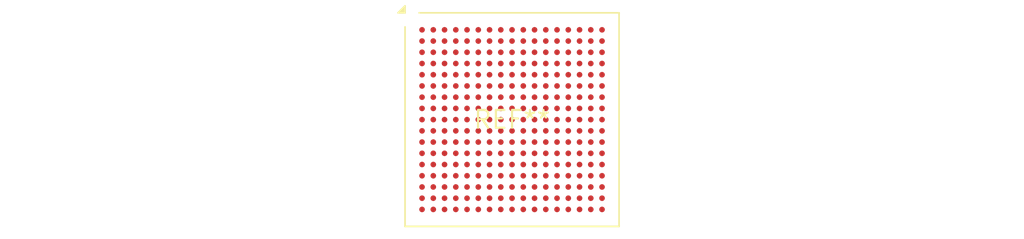
<source format=kicad_pcb>
(kicad_pcb (version 20240108) (generator pcbnew)
  (layers (0 "F.Cu" signal) (31 "B.Cu" signal) (34 "B.Paste" user) (35 "F.Paste" user) (36 "B.SilkS" user "B.Silkscreen") (37 "F.SilkS" user "F.Silkscreen") (38 "B.Mask" user) (39 "F.Mask" user) (44 "Edge.Cuts" user))
  (net 0 "")
  (footprint "Texas_BGA-289_15.0x15.0mm_Layout17x17_P0.8mm_Ball0.5mm_Pad0.4mm" (layer "F.Cu") (at 0 0)
    (property "Reference" "REF**")
    (property "Value" "Texas_BGA-289_15.0x15.0mm_Layout17x17_P0.8mm_Ball0.5mm_Pad0.4mm")
    (fp_line (start -7.61 7.61) (end -7.61 -6.61) (layer "F.SilkS") (stroke (width 0.12)))
    (fp_line (start -6.61 -7.61) (end 7.61 -7.61) (layer "F.SilkS") (stroke (width 0.12)))
    (fp_line (start 7.61 -7.61) (end 7.61 7.61) (layer "F.SilkS") (stroke (width 0.12)))
    (fp_line (start 7.61 7.61) (end -7.61 7.61) (layer "F.SilkS") (stroke (width 0.12)))
    (fp_poly (pts (xy -7.61 -7.61) (xy -8.11 -7.61) (xy -7.61 -8.11) (xy -7.61 -7.61)) (layer "F.SilkS") (stroke (width 0.12)) (fill solid))
    (pad "A1" smd circle (at -6.4 -6.4) (size 0.4 0.4) (property pad_prop_bga) (layers "F.Cu" "F.Paste" "F.Mask"))
    (pad "A2" smd circle (at -5.6 -6.4) (size 0.4 0.4) (property pad_prop_bga) (layers "F.Cu" "F.Paste" "F.Mask"))
    (pad "A3" smd circle (at -4.8 -6.4) (size 0.4 0.4) (property pad_prop_bga) (layers "F.Cu" "F.Paste" "F.Mask"))
    (pad "A4" smd circle (at -4 -6.4) (size 0.4 0.4) (property pad_prop_bga) (layers "F.Cu" "F.Paste" "F.Mask"))
    (pad "A5" smd circle (at -3.2 -6.4) (size 0.4 0.4) (property pad_prop_bga) (layers "F.Cu" "F.Paste" "F.Mask"))
    (pad "A6" smd circle (at -2.4 -6.4) (size 0.4 0.4) (property pad_prop_bga) (layers "F.Cu" "F.Paste" "F.Mask"))
    (pad "A7" smd circle (at -1.6 -6.4) (size 0.4 0.4) (property pad_prop_bga) (layers "F.Cu" "F.Paste" "F.Mask"))
    (pad "A8" smd circle (at -0.8 -6.4) (size 0.4 0.4) (property pad_prop_bga) (layers "F.Cu" "F.Paste" "F.Mask"))
    (pad "A9" smd circle (at 0 -6.4) (size 0.4 0.4) (property pad_prop_bga) (layers "F.Cu" "F.Paste" "F.Mask"))
    (pad "A10" smd circle (at 0.8 -6.4) (size 0.4 0.4) (property pad_prop_bga) (layers "F.Cu" "F.Paste" "F.Mask"))
    (pad "A11" smd circle (at 1.6 -6.4) (size 0.4 0.4) (property pad_prop_bga) (layers "F.Cu" "F.Paste" "F.Mask"))
    (pad "A12" smd circle (at 2.4 -6.4) (size 0.4 0.4) (property pad_prop_bga) (layers "F.Cu" "F.Paste" "F.Mask"))
    (pad "A13" smd circle (at 3.2 -6.4) (size 0.4 0.4) (property pad_prop_bga) (layers "F.Cu" "F.Paste" "F.Mask"))
    (pad "A14" smd circle (at 4 -6.4) (size 0.4 0.4) (property pad_prop_bga) (layers "F.Cu" "F.Paste" "F.Mask"))
    (pad "A15" smd circle (at 4.8 -6.4) (size 0.4 0.4) (property pad_prop_bga) (layers "F.Cu" "F.Paste" "F.Mask"))
    (pad "A16" smd circle (at 5.6 -6.4) (size 0.4 0.4) (property pad_prop_bga) (layers "F.Cu" "F.Paste" "F.Mask"))
    (pad "A17" smd circle (at 6.4 -6.4) (size 0.4 0.4) (property pad_prop_bga) (layers "F.Cu" "F.Paste" "F.Mask"))
    (pad "B1" smd circle (at -6.4 -5.6) (size 0.4 0.4) (property pad_prop_bga) (layers "F.Cu" "F.Paste" "F.Mask"))
    (pad "B2" smd circle (at -5.6 -5.6) (size 0.4 0.4) (property pad_prop_bga) (layers "F.Cu" "F.Paste" "F.Mask"))
    (pad "B3" smd circle (at -4.8 -5.6) (size 0.4 0.4) (property pad_prop_bga) (layers "F.Cu" "F.Paste" "F.Mask"))
    (pad "B4" smd circle (at -4 -5.6) (size 0.4 0.4) (property pad_prop_bga) (layers "F.Cu" "F.Paste" "F.Mask"))
    (pad "B5" smd circle (at -3.2 -5.6) (size 0.4 0.4) (property pad_prop_bga) (layers "F.Cu" "F.Paste" "F.Mask"))
    (pad "B6" smd circle (at -2.4 -5.6) (size 0.4 0.4) (property pad_prop_bga) (layers "F.Cu" "F.Paste" "F.Mask"))
    (pad "B7" smd circle (at -1.6 -5.6) (size 0.4 0.4) (property pad_prop_bga) (layers "F.Cu" "F.Paste" "F.Mask"))
    (pad "B8" smd circle (at -0.8 -5.6) (size 0.4 0.4) (property pad_prop_bga) (layers "F.Cu" "F.Paste" "F.Mask"))
    (pad "B9" smd circle (at 0 -5.6) (size 0.4 0.4) (property pad_prop_bga) (layers "F.Cu" "F.Paste" "F.Mask"))
    (pad "B10" smd circle (at 0.8 -5.6) (size 0.4 0.4) (property pad_prop_bga) (layers "F.Cu" "F.Paste" "F.Mask"))
    (pad "B11" smd circle (at 1.6 -5.6) (size 0.4 0.4) (property pad_prop_bga) (layers "F.Cu" "F.Paste" "F.Mask"))
    (pad "B12" smd circle (at 2.4 -5.6) (size 0.4 0.4) (property pad_prop_bga) (layers "F.Cu" "F.Paste" "F.Mask"))
    (pad "B13" smd circle (at 3.2 -5.6) (size 0.4 0.4) (property pad_prop_bga) (layers "F.Cu" "F.Paste" "F.Mask"))
    (pad "B14" smd circle (at 4 -5.6) (size 0.4 0.4) (property pad_prop_bga) (layers "F.Cu" "F.Paste" "F.Mask"))
    (pad "B15" smd circle (at 4.8 -5.6) (size 0.4 0.4) (property pad_prop_bga) (layers "F.Cu" "F.Paste" "F.Mask"))
    (pad "B16" smd circle (at 5.6 -5.6) (size 0.4 0.4) (property pad_prop_bga) (layers "F.Cu" "F.Paste" "F.Mask"))
    (pad "B17" smd circle (at 6.4 -5.6) (size 0.4 0.4) (property pad_prop_bga) (layers "F.Cu" "F.Paste" "F.Mask"))
    (pad "C1" smd circle (at -6.4 -4.8) (size 0.4 0.4) (property pad_prop_bga) (layers "F.Cu" "F.Paste" "F.Mask"))
    (pad "C2" smd circle (at -5.6 -4.8) (size 0.4 0.4) (property pad_prop_bga) (layers "F.Cu" "F.Paste" "F.Mask"))
    (pad "C3" smd circle (at -4.8 -4.8) (size 0.4 0.4) (property pad_prop_bga) (layers "F.Cu" "F.Paste" "F.Mask"))
    (pad "C4" smd circle (at -4 -4.8) (size 0.4 0.4) (property pad_prop_bga) (layers "F.Cu" "F.Paste" "F.Mask"))
    (pad "C5" smd circle (at -3.2 -4.8) (size 0.4 0.4) (property pad_prop_bga) (layers "F.Cu" "F.Paste" "F.Mask"))
    (pad "C6" smd circle (at -2.4 -4.8) (size 0.4 0.4) (property pad_prop_bga) (layers "F.Cu" "F.Paste" "F.Mask"))
    (pad "C7" smd circle (at -1.6 -4.8) (size 0.4 0.4) (property pad_prop_bga) (layers "F.Cu" "F.Paste" "F.Mask"))
    (pad "C8" smd circle (at -0.8 -4.8) (size 0.4 0.4) (property pad_prop_bga) (layers "F.Cu" "F.Paste" "F.Mask"))
    (pad "C9" smd circle (at 0 -4.8) (size 0.4 0.4) (property pad_prop_bga) (layers "F.Cu" "F.Paste" "F.Mask"))
    (pad "C10" smd circle (at 0.8 -4.8) (size 0.4 0.4) (property pad_prop_bga) (layers "F.Cu" "F.Paste" "F.Mask"))
    (pad "C11" smd circle (at 1.6 -4.8) (size 0.4 0.4) (property pad_prop_bga) (layers "F.Cu" "F.Paste" "F.Mask"))
    (pad "C12" smd circle (at 2.4 -4.8) (size 0.4 0.4) (property pad_prop_bga) (layers "F.Cu" "F.Paste" "F.Mask"))
    (pad "C13" smd circle (at 3.2 -4.8) (size 0.4 0.4) (property pad_prop_bga) (layers "F.Cu" "F.Paste" "F.Mask"))
    (pad "C14" smd circle (at 4 -4.8) (size 0.4 0.4) (property pad_prop_bga) (layers "F.Cu" "F.Paste" "F.Mask"))
    (pad "C15" smd circle (at 4.8 -4.8) (size 0.4 0.4) (property pad_prop_bga) (layers "F.Cu" "F.Paste" "F.Mask"))
    (pad "C16" smd circle (at 5.6 -4.8) (size 0.4 0.4) (property pad_prop_bga) (layers "F.Cu" "F.Paste" "F.Mask"))
    (pad "C17" smd circle (at 6.4 -4.8) (size 0.4 0.4) (property pad_prop_bga) (layers "F.Cu" "F.Paste" "F.Mask"))
    (pad "D1" smd circle (at -6.4 -4) (size 0.4 0.4) (property pad_prop_bga) (layers "F.Cu" "F.Paste" "F.Mask"))
    (pad "D2" smd circle (at -5.6 -4) (size 0.4 0.4) (property pad_prop_bga) (layers "F.Cu" "F.Paste" "F.Mask"))
    (pad "D3" smd circle (at -4.8 -4) (size 0.4 0.4) (property pad_prop_bga) (layers "F.Cu" "F.Paste" "F.Mask"))
    (pad "D4" smd circle (at -4 -4) (size 0.4 0.4) (property pad_prop_bga) (layers "F.Cu" "F.Paste" "F.Mask"))
    (pad "D5" smd circle (at -3.2 -4) (size 0.4 0.4) (property pad_prop_bga) (layers "F.Cu" "F.Paste" "F.Mask"))
    (pad "D6" smd circle (at -2.4 -4) (size 0.4 0.4) (property pad_prop_bga) (layers "F.Cu" "F.Paste" "F.Mask"))
    (pad "D7" smd circle (at -1.6 -4) (size 0.4 0.4) (property pad_prop_bga) (layers "F.Cu" "F.Paste" "F.Mask"))
    (pad "D8" smd circle (at -0.8 -4) (size 0.4 0.4) (property pad_prop_bga) (layers "F.Cu" "F.Paste" "F.Mask"))
    (pad "D9" smd circle (at 0 -4) (size 0.4 0.4) (property pad_prop_bga) (layers "F.Cu" "F.Paste" "F.Mask"))
    (pad "D10" smd circle (at 0.8 -4) (size 0.4 0.4) (property pad_prop_bga) (layers "F.Cu" "F.Paste" "F.Mask"))
    (pad "D11" smd circle (at 1.6 -4) (size 0.4 0.4) (property pad_prop_bga) (layers "F.Cu" "F.Paste" "F.Mask"))
    (pad "D12" smd circle (at 2.4 -4) (size 0.4 0.4) (property pad_prop_bga) (layers "F.Cu" "F.Paste" "F.Mask"))
    (pad "D13" smd circle (at 3.2 -4) (size 0.4 0.4) (property pad_prop_bga) (layers "F.Cu" "F.Paste" "F.Mask"))
    (pad "D14" smd circle (at 4 -4) (size 0.4 0.4) (property pad_prop_bga) (layers "F.Cu" "F.Paste" "F.Mask"))
    (pad "D15" smd circle (at 4.8 -4) (size 0.4 0.4) (property pad_prop_bga) (layers "F.Cu" "F.Paste" "F.Mask"))
    (pad "D16" smd circle (at 5.6 -4) (size 0.4 0.4) (property pad_prop_bga) (layers "F.Cu" "F.Paste" "F.Mask"))
    (pad "D17" smd circle (at 6.4 -4) (size 0.4 0.4) (property pad_prop_bga) (layers "F.Cu" "F.Paste" "F.Mask"))
    (pad "E1" smd circle (at -6.4 -3.2) (size 0.4 0.4) (property pad_prop_bga) (layers "F.Cu" "F.Paste" "F.Mask"))
    (pad "E2" smd circle (at -5.6 -3.2) (size 0.4 0.4) (property pad_prop_bga) (layers "F.Cu" "F.Paste" "F.Mask"))
    (pad "E3" smd circle (at -4.8 -3.2) (size 0.4 0.4) (property pad_prop_bga) (layers "F.Cu" "F.Paste" "F.Mask"))
    (pad "E4" smd circle (at -4 -3.2) (size 0.4 0.4) (property pad_prop_bga) (layers "F.Cu" "F.Paste" "F.Mask"))
    (pad "E5" smd circle (at -3.2 -3.2) (size 0.4 0.4) (property pad_prop_bga) (layers "F.Cu" "F.Paste" "F.Mask"))
    (pad "E6" smd circle (at -2.4 -3.2) (size 0.4 0.4) (property pad_prop_bga) (layers "F.Cu" "F.Paste" "F.Mask"))
    (pad "E7" smd circle (at -1.6 -3.2) (size 0.4 0.4) (property pad_prop_bga) (layers "F.Cu" "F.Paste" "F.Mask"))
    (pad "E8" smd circle (at -0.8 -3.2) (size 0.4 0.4) (property pad_prop_bga) (layers "F.Cu" "F.Paste" "F.Mask"))
    (pad "E9" smd circle (at 0 -3.2) (size 0.4 0.4) (property pad_prop_bga) (layers "F.Cu" "F.Paste" "F.Mask"))
    (pad "E10" smd circle (at 0.8 -3.2) (size 0.4 0.4) (property pad_prop_bga) (layers "F.Cu" "F.Paste" "F.Mask"))
    (pad "E11" smd circle (at 1.6 -3.2) (size 0.4 0.4) (property pad_prop_bga) (layers "F.Cu" "F.Paste" "F.Mask"))
    (pad "E12" smd circle (at 2.4 -3.2) (size 0.4 0.4) (property pad_prop_bga) (layers "F.Cu" "F.Paste" "F.Mask"))
    (pad "E13" smd circle (at 3.2 -3.2) (size 0.4 0.4) (property pad_prop_bga) (layers "F.Cu" "F.Paste" "F.Mask"))
    (pad "E14" smd circle (at 4 -3.2) (size 0.4 0.4) (property pad_prop_bga) (layers "F.Cu" "F.Paste" "F.Mask"))
    (pad "E15" smd circle (at 4.8 -3.2) (size 0.4 0.4) (property pad_prop_bga) (layers "F.Cu" "F.Paste" "F.Mask"))
    (pad "E16" smd circle (at 5.6 -3.2) (size 0.4 0.4) (property pad_prop_bga) (layers "F.Cu" "F.Paste" "F.Mask"))
    (pad "E17" smd circle (at 6.4 -3.2) (size 0.4 0.4) (property pad_prop_bga) (layers "F.Cu" "F.Paste" "F.Mask"))
    (pad "F1" smd circle (at -6.4 -2.4) (size 0.4 0.4) (property pad_prop_bga) (layers "F.Cu" "F.Paste" "F.Mask"))
    (pad "F2" smd circle (at -5.6 -2.4) (size 0.4 0.4) (property pad_prop_bga) (layers "F.Cu" "F.Paste" "F.Mask"))
    (pad "F3" smd circle (at -4.8 -2.4) (size 0.4 0.4) (property pad_prop_bga) (layers "F.Cu" "F.Paste" "F.Mask"))
    (pad "F4" smd circle (at -4 -2.4) (size 0.4 0.4) (property pad_prop_bga) (layers "F.Cu" "F.Paste" "F.Mask"))
    (pad "F5" smd circle (at -3.2 -2.4) (size 0.4 0.4) (property pad_prop_bga) (layers "F.Cu" "F.Paste" "F.Mask"))
    (pad "F6" smd circle (at -2.4 -2.4) (size 0.4 0.4) (property pad_prop_bga) (layers "F.Cu" "F.Paste" "F.Mask"))
    (pad "F7" smd circle (at -1.6 -2.4) (size 0.4 0.4) (property pad_prop_bga) (layers "F.Cu" "F.Paste" "F.Mask"))
    (pad "F8" smd circle (at -0.8 -2.4) (size 0.4 0.4) (property pad_prop_bga) (layers "F.Cu" "F.Paste" "F.Mask"))
    (pad "F9" smd circle (at 0 -2.4) (size 0.4 0.4) (property pad_prop_bga) (layers "F.Cu" "F.Paste" "F.Mask"))
    (pad "F10" smd circle (at 0.8 -2.4) (size 0.4 0.4) (property pad_prop_bga) (layers "F.Cu" "F.Paste" "F.Mask"))
    (pad "F11" smd circle (at 1.6 -2.4) (size 0.4 0.4) (property pad_prop_bga) (layers "F.Cu" "F.Paste" "F.Mask"))
    (pad "F12" smd circle (at 2.4 -2.4) (size 0.4 0.4) (property pad_prop_bga) (layers "F.Cu" "F.Paste" "F.Mask"))
    (pad "F13" smd circle (at 3.2 -2.4) (size 0.4 0.4) (property pad_prop_bga) (layers "F.Cu" "F.Paste" "F.Mask"))
    (pad "F14" smd circle (at 4 -2.4) (size 0.4 0.4) (property pad_prop_bga) (layers "F.Cu" "F.Paste" "F.Mask"))
    (pad "F15" smd circle (at 4.8 -2.4) (size 0.4 0.4) (property pad_prop_bga) (layers "F.Cu" "F.Paste" "F.Mask"))
    (pad "F16" smd circle (at 5.6 -2.4) (size 0.4 0.4) (property pad_prop_bga) (layers "F.Cu" "F.Paste" "F.Mask"))
    (pad "F17" smd circle (at 6.4 -2.4) (size 0.4 0.4) (property pad_prop_bga) (layers "F.Cu" "F.Paste" "F.Mask"))
    (pad "G1" smd circle (at -6.4 -1.6) (size 0.4 0.4) (property pad_prop_bga) (layers "F.Cu" "F.Paste" "F.Mask"))
    (pad "G2" smd circle (at -5.6 -1.6) (size 0.4 0.4) (property pad_prop_bga) (layers "F.Cu" "F.Paste" "F.Mask"))
    (pad "G3" smd circle (at -4.8 -1.6) (size 0.4 0.4) (property pad_prop_bga) (layers "F.Cu" "F.Paste" "F.Mask"))
    (pad "G4" smd circle (at -4 -1.6) (size 0.4 0.4) (property pad_prop_bga) (layers "F.Cu" "F.Paste" "F.Mask"))
    (pad "G5" smd circle (at -3.2 -1.6) (size 0.4 0.4) (property pad_prop_bga) (layers "F.Cu" "F.Paste" "F.Mask"))
    (pad "G6" smd circle (at -2.4 -1.6) (size 0.4 0.4) (property pad_prop_bga) (layers "F.Cu" "F.Paste" "F.Mask"))
    (pad "G7" smd circle (at -1.6 -1.6) (size 0.4 0.4) (property pad_prop_bga) (layers "F.Cu" "F.Paste" "F.Mask"))
    (pad "G8" smd circle (at -0.8 -1.6) (size 0.4 0.4) (property pad_prop_bga) (layers "F.Cu" "F.Paste" "F.Mask"))
    (pad "G9" smd circle (at 0 -1.6) (size 0.4 0.4) (property pad_prop_bga) (layers "F.Cu" "F.Paste" "F.Mask"))
    (pad "G10" smd circle (at 0.8 -1.6) (size 0.4 0.4) (property pad_prop_bga) (layers "F.Cu" "F.Paste" "F.Mask"))
    (pad "G11" smd circle (at 1.6 -1.6) (size 0.4 0.4) (property pad_prop_bga) (layers "F.Cu" "F.Paste" "F.Mask"))
    (pad "G12" smd circle (at 2.4 -1.6) (size 0.4 0.4) (property pad_prop_bga) (layers "F.Cu" "F.Paste" "F.Mask"))
    (pad "G13" smd circle (at 3.2 -1.6) (size 0.4 0.4) (property pad_prop_bga) (layers "F.Cu" "F.Paste" "F.Mask"))
    (pad "G14" smd circle (at 4 -1.6) (size 0.4 0.4) (property pad_prop_bga) (layers "F.Cu" "F.Paste" "F.Mask"))
    (pad "G15" smd circle (at 4.8 -1.6) (size 0.4 0.4) (property pad_prop_bga) (layers "F.Cu" "F.Paste" "F.Mask"))
    (pad "G16" smd circle (at 5.6 -1.6) (size 0.4 0.4) (property pad_prop_bga) (layers "F.Cu" "F.Paste" "F.Mask"))
    (pad "G17" smd circle (at 6.4 -1.6) (size 0.4 0.4) (property pad_prop_bga) (layers "F.Cu" "F.Paste" "F.Mask"))
    (pad "H1" smd circle (at -6.4 -0.8) (size 0.4 0.4) (property pad_prop_bga) (layers "F.Cu" "F.Paste" "F.Mask"))
    (pad "H2" smd circle (at -5.6 -0.8) (size 0.4 0.4) (property pad_prop_bga) (layers "F.Cu" "F.Paste" "F.Mask"))
    (pad "H3" smd circle (at -4.8 -0.8) (size 0.4 0.4) (property pad_prop_bga) (layers "F.Cu" "F.Paste" "F.Mask"))
    (pad "H4" smd circle (at -4 -0.8) (size 0.4 0.4) (property pad_prop_bga) (layers "F.Cu" "F.Paste" "F.Mask"))
    (pad "H5" smd circle (at -3.2 -0.8) (size 0.4 0.4) (property pad_prop_bga) (layers "F.Cu" "F.Paste" "F.Mask"))
    (pad "H6" smd circle (at -2.4 -0.8) (size 0.4 0.4) (property pad_prop_bga) (layers "F.Cu" "F.Paste" "F.Mask"))
    (pad "H7" smd circle (at -1.6 -0.8) (size 0.4 0.4) (property pad_prop_bga) (layers "F.Cu" "F.Paste" "F.Mask"))
    (pad "H8" smd circle (at -0.8 -0.8) (size 0.4 0.4) (property pad_prop_bga) (layers "F.Cu" "F.Paste" "F.Mask"))
    (pad "H9" smd circle (at 0 -0.8) (size 0.4 0.4) (property pad_prop_bga) (layers "F.Cu" "F.Paste" "F.Mask"))
    (pad "H10" smd circle (at 0.8 -0.8) (size 0.4 0.4) (property pad_prop_bga) (layers "F.Cu" "F.Paste" "F.Mask"))
    (pad "H11" smd circle (at 1.6 -0.8) (size 0.4 0.4) (property pad_prop_bga) (layers "F.Cu" "F.Paste" "F.Mask"))
    (pad "H12" smd circle (at 2.4 -0.8) (size 0.4 0.4) (property pad_prop_bga) (layers "F.Cu" "F.Paste" "F.Mask"))
    (pad "H13" smd circle (at 3.2 -0.8) (size 0.4 0.4) (property pad_prop_bga) (layers "F.Cu" "F.Paste" "F.Mask"))
    (pad "H14" smd circle (at 4 -0.8) (size 0.4 0.4) (property pad_prop_bga) (layers "F.Cu" "F.Paste" "F.Mask"))
    (pad "H15" smd circle (at 4.8 -0.8) (size 0.4 0.4) (property pad_prop_bga) (layers "F.Cu" "F.Paste" "F.Mask"))
    (pad "H16" smd circle (at 5.6 -0.8) (size 0.4 0.4) (property pad_prop_bga) (layers "F.Cu" "F.Paste" "F.Mask"))
    (pad "H17" smd circle (at 6.4 -0.8) (size 0.4 0.4) (property pad_prop_bga) (layers "F.Cu" "F.Paste" "F.Mask"))
    (pad "J1" smd circle (at -6.4 0) (size 0.4 0.4) (property pad_prop_bga) (layers "F.Cu" "F.Paste" "F.Mask"))
    (pad "J2" smd circle (at -5.6 0) (size 0.4 0.4) (property pad_prop_bga) (layers "F.Cu" "F.Paste" "F.Mask"))
    (pad "J3" smd circle (at -4.8 0) (size 0.4 0.4) (property pad_prop_bga) (layers "F.Cu" "F.Paste" "F.Mask"))
    (pad "J4" smd circle (at -4 0) (size 0.4 0.4) (property pad_prop_bga) (layers "F.Cu" "F.Paste" "F.Mask"))
    (pad "J5" smd circle (at -3.2 0) (size 0.4 0.4) (property pad_prop_bga) (layers "F.Cu" "F.Paste" "F.Mask"))
    (pad "J6" smd circle (at -2.4 0) (size 0.4 0.4) (property pad_prop_bga) (layers "F.Cu" "F.Paste" "F.Mask"))
    (pad "J7" smd circle (at -1.6 0) (size 0.4 0.4) (property pad_prop_bga) (layers "F.Cu" "F.Paste" "F.Mask"))
    (pad "J8" smd circle (at -0.8 0) (size 0.4 0.4) (property pad_prop_bga) (layers "F.Cu" "F.Paste" "F.Mask"))
    (pad "J9" smd circle (at 0 0) (size 0.4 0.4) (property pad_prop_bga) (layers "F.Cu" "F.Paste" "F.Mask"))
    (pad "J10" smd circle (at 0.8 0) (size 0.4 0.4) (property pad_prop_bga) (layers "F.Cu" "F.Paste" "F.Mask"))
    (pad "J11" smd circle (at 1.6 0) (size 0.4 0.4) (property pad_prop_bga) (layers "F.Cu" "F.Paste" "F.Mask"))
    (pad "J12" smd circle (at 2.4 0) (size 0.4 0.4) (property pad_prop_bga) (layers "F.Cu" "F.Paste" "F.Mask"))
    (pad "J13" smd circle (at 3.2 0) (size 0.4 0.4) (property pad_prop_bga) (layers "F.Cu" "F.Paste" "F.Mask"))
    (pad "J14" smd circle (at 4 0) (size 0.4 0.4) (property pad_prop_bga) (layers "F.Cu" "F.Paste" "F.Mask"))
    (pad "J15" smd circle (at 4.8 0) (size 0.4 0.4) (property pad_prop_bga) (layers "F.Cu" "F.Paste" "F.Mask"))
    (pad "J16" smd circle (at 5.6 0) (size 0.4 0.4) (property pad_prop_bga) (layers "F.Cu" "F.Paste" "F.Mask"))
    (pad "J17" smd circle (at 6.4 0) (size 0.4 0.4) (property pad_prop_bga) (layers "F.Cu" "F.Paste" "F.Mask"))
    (pad "K1" smd circle (at -6.4 0.8) (size 0.4 0.4) (property pad_prop_bga) (layers "F.Cu" "F.Paste" "F.Mask"))
    (pad "K2" smd circle (at -5.6 0.8) (size 0.4 0.4) (property pad_prop_bga) (layers "F.Cu" "F.Paste" "F.Mask"))
    (pad "K3" smd circle (at -4.8 0.8) (size 0.4 0.4) (property pad_prop_bga) (layers "F.Cu" "F.Paste" "F.Mask"))
    (pad "K4" smd circle (at -4 0.8) (size 0.4 0.4) (property pad_prop_bga) (layers "F.Cu" "F.Paste" "F.Mask"))
    (pad "K5" smd circle (at -3.2 0.8) (size 0.4 0.4) (property pad_prop_bga) (layers "F.Cu" "F.Paste" "F.Mask"))
    (pad "K6" smd circle (at -2.4 0.8) (size 0.4 0.4) (property pad_prop_bga) (layers "F.Cu" "F.Paste" "F.Mask"))
    (pad "K7" smd circle (at -1.6 0.8) (size 0.4 0.4) (property pad_prop_bga) (layers "F.Cu" "F.Paste" "F.Mask"))
    (pad "K8" smd circle (at -0.8 0.8) (size 0.4 0.4) (property pad_prop_bga) (layers "F.Cu" "F.Paste" "F.Mask"))
    (pad "K9" smd circle (at 0 0.8) (size 0.4 0.4) (property pad_prop_bga) (layers "F.Cu" "F.Paste" "F.Mask"))
    (pad "K10" smd circle (at 0.8 0.8) (size 0.4 0.4) (property pad_prop_bga) (layers "F.Cu" "F.Paste" "F.Mask"))
    (pad "K11" smd circle (at 1.6 0.8) (size 0.4 0.4) (property pad_prop_bga) (layers "F.Cu" "F.Paste" "F.Mask"))
    (pad "K12" smd circle (at 2.4 0.8) (size 0.4 0.4) (property pad_prop_bga) (layers "F.Cu" "F.Paste" "F.Mask"))
    (pad "K13" smd circle (at 3.2 0.8) (size 0.4 0.4) (property pad_prop_bga) (layers "F.Cu" "F.Paste" "F.Mask"))
    (pad "K14" smd circle (at 4 0.8) (size 0.4 0.4) (property pad_prop_bga) (layers "F.Cu" "F.Paste" "F.Mask"))
    (pad "K15" smd circle (at 4.8 0.8) (size 0.4 0.4) (property pad_prop_bga) (layers "F.Cu" "F.Paste" "F.Mask"))
    (pad "K16" smd circle (at 5.6 0.8) (size 0.4 0.4) (property pad_prop_bga) (layers "F.Cu" "F.Paste" "F.Mask"))
    (pad "K17" smd circle (at 6.4 0.8) (size 0.4 0.4) (property pad_prop_bga) (layers "F.Cu" "F.Paste" "F.Mask"))
    (pad "L1" smd circle (at -6.4 1.6) (size 0.4 0.4) (property pad_prop_bga) (layers "F.Cu" "F.Paste" "F.Mask"))
    (pad "L2" smd circle (at -5.6 1.6) (size 0.4 0.4) (property pad_prop_bga) (layers "F.Cu" "F.Paste" "F.Mask"))
    (pad "L3" smd circle (at -4.8 1.6) (size 0.4 0.4) (property pad_prop_bga) (layers "F.Cu" "F.Paste" "F.Mask"))
    (pad "L4" smd circle (at -4 1.6) (size 0.4 0.4) (property pad_prop_bga) (layers "F.Cu" "F.Paste" "F.Mask"))
    (pad "L5" smd circle (at -3.2 1.6) (size 0.4 0.4) (property pad_prop_bga) (layers "F.Cu" "F.Paste" "F.Mask"))
    (pad "L6" smd circle (at -2.4 1.6) (size 0.4 0.4) (property pad_prop_bga) (layers "F.Cu" "F.Paste" "F.Mask"))
    (pad "L7" smd circle (at -1.6 1.6) (size 0.4 0.4) (property pad_prop_bga) (layers "F.Cu" "F.Paste" "F.Mask"))
    (pad "L8" smd circle (at -0.8 1.6) (size 0.4 0.4) (property pad_prop_bga) (layers "F.Cu" "F.Paste" "F.Mask"))
    (pad "L9" smd circle (at 0 1.6) (size 0.4 0.4) (property pad_prop_bga) (layers "F.Cu" "F.Paste" "F.Mask"))
    (pad "L10" smd circle (at 0.8 1.6) (size 0.4 0.4) (property pad_prop_bga) (layers "F.Cu" "F.Paste" "F.Mask"))
    (pad "L11" smd circle (at 1.6 1.6) (size 0.4 0.4) (property pad_prop_bga) (layers "F.Cu" "F.Paste" "F.Mask"))
    (pad "L12" smd circle (at 2.4 1.6) (size 0.4 0.4) (property pad_prop_bga) (layers "F.Cu" "F.Paste" "F.Mask"))
    (pad "L13" smd circle (at 3.2 1.6) (size 0.4 0.4) (property pad_prop_bga) (layers "F.Cu" "F.Paste" "F.Mask"))
    (pad "L14" smd circle (at 4 1.6) (size 0.4 0.4) (property pad_prop_bga) (layers "F.Cu" "F.Paste" "F.Mask"))
    (pad "L15" smd circle (at 4.8 1.6) (size 0.4 0.4) (property pad_prop_bga) (layers "F.Cu" "F.Paste" "F.Mask"))
    (pad "L16" smd circle (at 5.6 1.6) (size 0.4 0.4) (property pad_prop_bga) (layers "F.Cu" "F.Paste" "F.Mask"))
    (pad "L17" smd circle (at 6.4 1.6) (size 0.4 0.4) (property pad_prop_bga) (layers "F.Cu" "F.Paste" "F.Mask"))
    (pad "M1" smd circle (at -6.4 2.4) (size 0.4 0.4) (property pad_prop_bga) (layers "F.Cu" "F.Paste" "F.Mask"))
    (pad "M2" smd circle (at -5.6 2.4) (size 0.4 0.4) (property pad_prop_bga) (layers "F.Cu" "F.Paste" "F.Mask"))
    (pad "M3" smd circle (at -4.8 2.4) (size 0.4 0.4) (property pad_prop_bga) (layers "F.Cu" "F.Paste" "F.Mask"))
    (pad "M4" smd circle (at -4 2.4) (size 0.4 0.4) (property pad_prop_bga) (layers "F.Cu" "F.Paste" "F.Mask"))
    (pad "M5" smd circle (at -3.2 2.4) (size 0.4 0.4) (property pad_prop_bga) (layers "F.Cu" "F.Paste" "F.Mask"))
    (pad "M6" smd circle (at -2.4 2.4) (size 0.4 0.4) (property pad_prop_bga) (layers "F.Cu" "F.Paste" "F.Mask"))
    (pad "M7" smd circle (at -1.6 2.4) (size 0.4 0.4) (property pad_prop_bga) (layers "F.Cu" "F.Paste" "F.Mask"))
    (pad "M8" smd circle (at -0.8 2.4) (size 0.4 0.4) (property pad_prop_bga) (layers "F.Cu" "F.Paste" "F.Mask"))
    (pad "M9" smd circle (at 0 2.4) (size 0.4 0.4) (property pad_prop_bga) (layers "F.Cu" "F.Paste" "F.Mask"))
    (pad "M10" smd circle (at 0.8 2.4) (size 0.4 0.4) (property pad_prop_bga) (layers "F.Cu" "F.Paste" "F.Mask"))
    (pad "M11" smd circle (at 1.6 2.4) (size 0.4 0.4) (property pad_prop_bga) (layers "F.Cu" "F.Paste" "F.Mask"))
    (pad "M12" smd circle (at 2.4 2.4) (size 0.4 0.4) (property pad_prop_bga) (layers "F.Cu" "F.Paste" "F.Mask"))
    (pad "M13" smd circle (at 3.2 2.4) (size 0.4 0.4) (property pad_prop_bga) (layers "F.Cu" "F.Paste" "F.Mask"))
    (pad "M14" smd circle (at 4 2.4) (size 0.4 0.4) (property pad_prop_bga) (layers "F.Cu" "F.Paste" "F.Mask"))
    (pad "M15" smd circle (at 4.8 2.4) (size 0.4 0.4) (property pad_prop_bga) (layers "F.Cu" "F.Paste" "F.Mask"))
    (pad "M16" smd circle (at 5.6 2.4) (size 0.4 0.4) (property pad_prop_bga) (layers "F.Cu" "F.Paste" "F.Mask"))
    (pad "M17" smd circle (at 6.4 2.4) (size 0.4 0.4) (property pad_prop_bga) (layers "F.Cu" "F.Paste" "F.Mask"))
    (pad "N1" smd circle (at -6.4 3.2) (size 0.4 0.4) (property pad_prop_bga) (layers "F.Cu" "F.Paste" "F.Mask"))
    (pad "N2" smd circle (at -5.6 3.2) (size 0.4 0.4) (property pad_prop_bga) (layers "F.Cu" "F.Paste" "F.Mask"))
    (pad "N3" smd circle (at -4.8 3.2) (size 0.4 0.4) (property pad_prop_bga) (layers "F.Cu" "F.Paste" "F.Mask"))
    (pad "N4" smd circle (at -4 3.2) (size 0.4 0.4) (property pad_prop_bga) (layers "F.Cu" "F.Paste" "F.Mask"))
    (pad "N5" smd circle (at -3.2 3.2) (size 0.4 0.4) (property pad_prop_bga) (layers "F.Cu" "F.Paste" "F.Mask"))
    (pad "N6" smd circle (at -2.4 3.2) (size 0.4 0.4) (property pad_prop_bga) (layers "F.Cu" "F.Paste" "F.Mask"))
    (pad "N7" smd circle (at -1.6 3.2) (size 0.4 0.4) (property pad_prop_bga) (layers "F.Cu" "F.Paste" "F.Mask"))
    (pad "N8" smd circle (at -0.8 3.2) (size 0.4 0.4) (property pad_prop_bga) (layers "F.Cu" "F.Paste" "F.Mask"))
    (pad "N9" smd circle (at 0 3.2) (size 0.4 0.4) (property pad_prop_bga) (layers "F.Cu" "F.Paste" "F.Mask"))
    (pad "N10" smd circle (at 0.8 3.2) (size 0.4 0.4) (property pad_prop_bga) (layers "F.Cu" "F.Paste" "F.Mask"))
    (pad "N11" smd circle (at 1.6 3.2) (size 0.4 0.4) (property pad_prop_bga) (layers "F.Cu" "F.Paste" "F.Mask"))
    (pad "N12" smd circle (at 2.4 3.2) (size 0.4 0.4) (property pad_prop_bga) (layers "F.Cu" "F.Paste" "F.Mask"))
    (pad "N13" smd circle (at 3.2 3.2) (size 0.4 0.4) (property pad_prop_bga) (layers "F.Cu" "F.Paste" "F.Mask"))
    (pad "N14" smd circle (at 4 3.2) (size 0.4 0.4) (property pad_prop_bga) (layers "F.Cu" "F.Paste" "F.Mask"))
    (pad "N15" smd circle (at 4.8 3.2) (size 0.4 0.4) (property pad_prop_bga) (layers "F.Cu" "F.Paste" "F.Mask"))
    (pad "N16" smd circle (at 5.6 3.2) (size 0.4 0.4) (property pad_prop_bga) (layers "F.Cu" "F.Paste" "F.Mask"))
    (pad "N17" smd circle (at 6.4 3.2) (size 0.4 0.4) (property pad_prop_bga) (layers "F.Cu" "F.Paste" "F.Mask"))
    (pad "P1" smd circle (at -6.4 4) (size 0.4 0.4) (property pad_prop_bga) (layers "F.Cu" "F.Paste" "F.Mask"))
    (pad "P2" smd circle (at -5.6 4) (size 0.4 0.4) (property pad_prop_bga) (layers "F.Cu" "F.Paste" "F.Mask"))
    (pad "P3" smd circle (at -4.8 4) (size 0.4 0.4) (property pad_prop_bga) (layers "F.Cu" "F.Paste" "F.Mask"))
    (pad "P4" smd circle (at -4 4) (size 0.4 0.4) (property pad_prop_bga) (layers "F.Cu" "F.Paste" "F.Mask"))
    (pad "P5" smd circle (at -3.2 4) (size 0.4 0.4) (property pad_prop_bga) (layers "F.Cu" "F.Paste" "F.Mask"))
    (pad "P6" smd circle (at -2.4 4) (size 0.4 0.4) (property pad_prop_bga) (layers "F.Cu" "F.Paste" "F.Mask"))
    (pad "P7" smd circle (at -1.6 4) (size 0.4 0.4) (property pad_prop_bga) (layers "F.Cu" "F.Paste" "F.Mask"))
    (pad "P8" smd circle (at -0.8 4) (size 0.4 0.4) (property pad_prop_bga) (layers "F.Cu" "F.Paste" "F.Mask"))
    (pad "P9" smd circle (at 0 4) (size 0.4 0.4) (property pad_prop_bga) (layers "F.Cu" "F.Paste" "F.Mask"))
    (pad "P10" smd circle (at 0.8 4) (size 0.4 0.4) (property pad_prop_bga) (layers "F.Cu" "F.Paste" "F.Mask"))
    (pad "P11" smd circle (at 1.6 4) (size 0.4 0.4) (property pad_prop_bga) (layers "F.Cu" "F.Paste" "F.Mask"))
    (pad "P12" smd circle (at 2.4 4) (size 0.4 0.4) (property pad_prop_bga) (layers "F.Cu" "F.Paste" "F.Mask"))
    (pad "P13" smd circle (at 3.2 4) (size 0.4 0.4) (property pad_prop_bga) (layers "F.Cu" "F.Paste" "F.Mask"))
    (pad "P14" smd circle (at 4 4) (size 0.4 0.4) (property pad_prop_bga) (layers "F.Cu" "F.Paste" "F.Mask"))
    (pad "P15" smd circle (at 4.8 4) (size 0.4 0.4) (property pad_prop_bga) (layers "F.Cu" "F.Paste" "F.Mask"))
    (pad "P16" smd circle (at 5.6 4) (size 0.4 0.4) (property pad_prop_bga) (layers "F.Cu" "F.Paste" "F.Mask"))
    (pad "P17" smd circle (at 6.4 4) (size 0.4 0.4) (property pad_prop_bga) (layers "F.Cu" "F.Paste" "F.Mask"))
    (pad "R1" smd circle (at -6.4 4.8) (size 0.4 0.4) (property pad_prop_bga) (layers "F.Cu" "F.Paste" "F.Mask"))
    (pad "R2" smd circle (at -5.6 4.8) (size 0.4 0.4) (property pad_prop_bga) (layers "F.Cu" "F.Paste" "F.Mask"))
    (pad "R3" smd circle (at -4.8 4.8) (size 0.4 0.4) (property pad_prop_bga) (layers "F.Cu" "F.Paste" "F.Mask"))
    (pad "R4" smd circle (at -4 4.8) (size 0.4 0.4) (property pad_prop_bga) (layers "F.Cu" "F.Paste" "F.Mask"))
    (pad "R5" smd circle (at -3.2 4.8) (size 0.4 0.4) (property pad_prop_bga) (layers "F.Cu" "F.Paste" "F.Mask"))
    (pad "R6" smd circle (at -2.4 4.8) (size 0.4 0.4) (property pad_prop_bga) (layers "F.Cu" "F.Paste" "F.Mask"))
    (pad "R7" smd circle (at -1.6 4.8) (size 0.4 0.4) (property pad_prop_bga) (layers "F.Cu" "F.Paste" "F.Mask"))
    (pad "R8" smd circle (at -0.8 4.8) (size 0.4 0.4) (property pad_prop_bga) (layers "F.Cu" "F.Paste" "F.Mask"))
    (pad "R9" smd circle (at 0 4.8) (size 0.4 0.4) (property pad_prop_bga) (layers "F.Cu" "F.Paste" "F.Mask"))
    (pad "R10" smd circle (at 0.8 4.8) (size 0.4 0.4) (property pad_prop_bga) (layers "F.Cu" "F.Paste" "F.Mask"))
    (pad "R11" smd circle (at 1.6 4.8) (size 0.4 0.4) (property pad_prop_bga) (layers "F.Cu" "F.Paste" "F.Mask"))
    (pad "R12" smd circle (at 2.4 4.8) (size 0.4 0.4) (property pad_prop_bga) (layers "F.Cu" "F.Paste" "F.Mask"))
    (pad "R13" smd circle (at 3.2 4.8) (size 0.4 0.4) (property pad_prop_bga) (layers "F.Cu" "F.Paste" "F.Mask"))
    (pad "R14" smd circle (at 4 4.8) (size 0.4 0.4) (property pad_prop_bga) (layers "F.Cu" "F.Paste" "F.Mask"))
    (pad "R15" smd circle (at 4.8 4.8) (size 0.4 0.4) (property pad_prop_bga) (layers "F.Cu" "F.Paste" "F.Mask"))
    (pad "R16" smd circle (at 5.6 4.8) (size 0.4 0.4) (property pad_prop_bga) (layers "F.Cu" "F.Paste" "F.Mask"))
    (pad "R17" smd circle (at 6.4 4.8) (size 0.4 0.4) (property pad_prop_bga) (layers "F.Cu" "F.Paste" "F.Mask"))
    (pad "T1" smd circle (at -6.4 5.6) (size 0.4 0.4) (property pad_prop_bga) (layers "F.Cu" "F.Paste" "F.Mask"))
    (pad "T2" smd circle (at -5.6 5.6) (size 0.4 0.4) (property pad_prop_bga) (layers "F.Cu" "F.Paste" "F.Mask"))
    (pad "T3" smd circle (at -4.8 5.6) (size 0.4 0.4) (property pad_prop_bga) (layers "F.Cu" "F.Paste" "F.Mask"))
    (pad "T4" smd circle (at -4 5.6) (size 0.4 0.4) (property pad_prop_bga) (layers "F.Cu" "F.Paste" "F.Mask"))
    (pad "T5" smd circle (at -3.2 5.6) (size 0.4 0.4) (property pad_prop_bga) (layers "F.Cu" "F.Paste" "F.Mask"))
    (pad "T6" smd circle (at -2.4 5.6) (size 0.4 0.4) (property pad_prop_bga) (layers "F.Cu" "F.Paste" "F.Mask"))
    (pad "T7" smd circle (at -1.6 5.6) (size 0.4 0.4) (property pad_prop_bga) (layers "F.Cu" "F.Paste" "F.Mask"))
    (pad "T8" smd circle (at -0.8 5.6) (size 0.4 0.4) (property pad_prop_bga) (layers "F.Cu" "F.Paste" "F.Mask"))
    (pad "T9" smd circle (at 0 5.6) (size 0.4 0.4) (property pad_prop_bga) (layers "F.Cu" "F.Paste" "F.Mask"))
    (pad "T10" smd circle (at 0.8 5.6) (size 0.4 0.4) (property pad_prop_bga) (layers "F.Cu" "F.Paste" "F.Mask"))
    (pad "T11" smd circle (at 1.6 5.6) (size 0.4 0.4) (property pad_prop_bga) (layers "F.Cu" "F.Paste" "F.Mask"))
    (pad "T12" smd circle (at 2.4 5.6) (size 0.4 0.4) (property pad_prop_bga) (layers "F.Cu" "F.Paste" "F.Mask"))
    (pad "T13" smd circle (at 3.2 5.6) (size 0.4 0.4) (property pad_prop_bga) (layers "F.Cu" "F.Paste" "F.Mask"))
    (pad "T14" smd circle (at 4 5.6) (size 0.4 0.4) (property pad_prop_bga) (layers "F.Cu" "F.Paste" "F.Mask"))
    (pad "T15" smd circle (at 4.8 5.6) (size 0.4 0.4) (property pad_prop_bga) (layers "F.Cu" "F.Paste" "F.Mask"))
    (pad "T16" smd circle (at 5.6 5.6) (size 0.4 0.4) (property pad_prop_bga) (layers "F.Cu" "F.Paste" "F.Mask"))
    (pad "T17" smd circle (at 6.4 5.6) (size 0.4 0.4) (property pad_prop_bga) (layers "F.Cu" "F.Paste" "F.Mask"))
    (pad "U1" smd circle (at -6.4 6.4) (size 0.4 0.4) (property pad_prop_bga) (layers "F.Cu" "F.Paste" "F.Mask"))
    (pad "U2" smd circle (at -5.6 6.4) (size 0.4 0.4) (property pad_prop_bga) (layers "F.Cu" "F.Paste" "F.Mask"))
    (pad "U3" smd circle (at -4.8 6.4) (size 0.4 0.4) (property pad_prop_bga) (layers "F.Cu" "F.Paste" "F.Mask"))
    (pad "U4" smd circle (at -4 6.4) (size 0.4 0.4) (property pad_prop_bga) (layers "F.Cu" "F.Paste" "F.Mask"))
    (pad "U5" smd circle (at -3.2 6.4) (size 0.4 0.4) (property pad_prop_bga) (layers "F.Cu" "F.Paste" "F.Mask"))
    (pad "U6" smd circle (at -2.4 6.4) (size 0.4 0.4) (property pad_prop_bga) (layers "F.Cu" "F.Paste" "F.Mask"))
    (pad "U7" smd circle (at -1.6 6.4) (size 0.4 0.4) (property pad_prop_bga) (layers "F.Cu" "F.Paste" "F.Mask"))
    (pad "U8" smd circle (at -0.8 6.4) (size 0.4 0.4) (property pad_prop_bga) (layers "F.Cu" "F.Paste" "F.Mask"))
    (pad "U9" smd circle (at 0 6.4) (size 0.4 0.4) (property pad_prop_bga) (layers "F.Cu" "F.Paste" "F.Mask"))
    (pad "U10" smd circle (at 0.8 6.4) (size 0.4 0.4) (property pad_prop_bga) (layers "F.Cu" "F.Paste" "F.Mask"))
    (pad "U11" smd circle (at 1.6 6.4) (size 0.4 0.4) (property pad_prop_bga) (layers "F.Cu" "F.Paste" "F.Mask"))
    (pad "U12" smd circle (at 2.4 6.4) (size 0.4 0.4) (property pad_prop_bga) (layers "F.Cu" "F.Paste" "F.Mask"))
    (pad "U13" smd circle (at 3.2 6.4) (size 0.4 0.4) (property pad_prop_bga) (layers "F.Cu" "F.Paste" "F.Mask"))
    (pad "U14" smd circle (at 4 6.4) (size 0.4 0.4) (property pad_prop_bga) (layers "F.Cu" "F.Paste" "F.Mask"))
    (pad "U15" smd circle (at 4.8 6.4) (size 0.4 0.4) (property pad_prop_bga) (layers "F.Cu" "F.Paste" "F.Mask"))
    (pad "U16" smd circle (at 5.6 6.4) (size 0.4 0.4) (property pad_prop_bga) (layers "F.Cu" "F.Paste" "F.Mask"))
    (pad "U17" smd circle (at 6.4 6.4) (size 0.4 0.4) (property pad_prop_bga) (layers "F.Cu" "F.Paste" "F.Mask"))
  )
)
</source>
